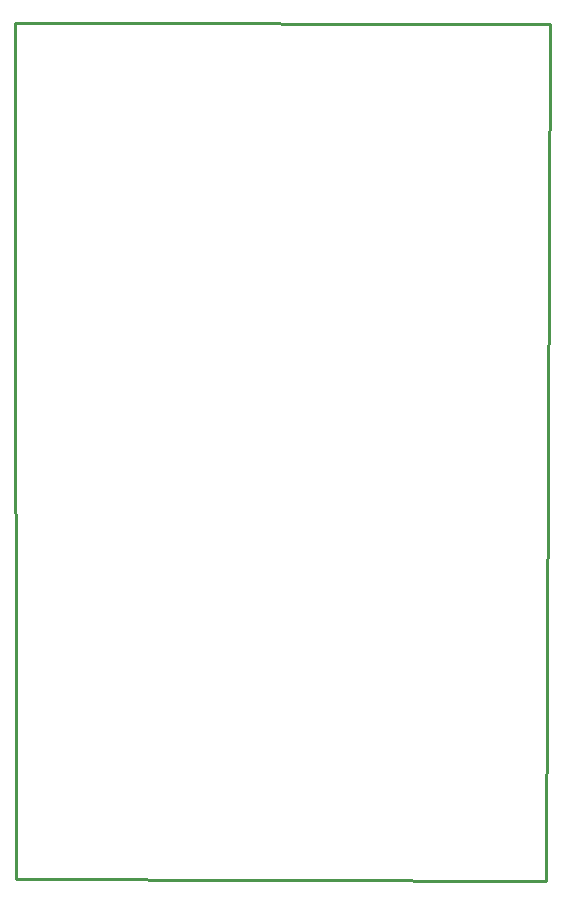
<source format=gko>
G04 Layer: BoardOutline*
G04 EasyEDA v6.4.5, 2020-09-15T20:10:03+02:00*
G04 89610be28746463fae7f6a063ad526cf,a876551235204336a4c6776009a4e884,10*
G04 Gerber Generator version 0.2*
G04 Scale: 100 percent, Rotated: No, Reflected: No *
G04 Dimensions in inches *
G04 leading zeros omitted , absolute positions ,2 integer and 4 decimal *
%FSLAX24Y24*%
%MOIN*%
G90*
G70D02*

%ADD10C,0.010000*%
G54D10*
G01X0Y24600D02*
G01X0Y28600D01*
G01X17850Y28550D01*
G01X17700Y0D01*
G01X50Y50D01*
G01X0Y24600D01*

%LPD*%
M00*
M02*

</source>
